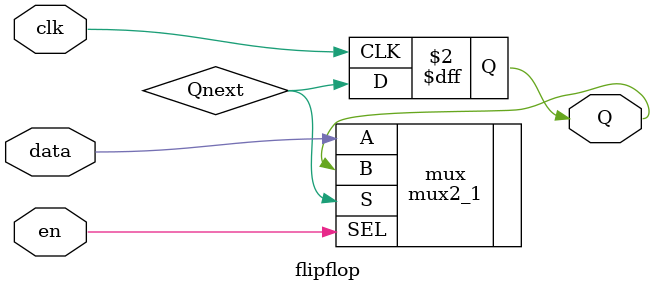
<source format=sv>
`timescale 1ns / 1ns


module flipflop(input wire clk, input wire en, input wire data, output reg Q);

    wire Qnext;
    mux2_1 mux(.A(data), .B(Q), .SEL(en), .S(Qnext));

    always @(posedge clk) Q <= Qnext;

endmodule
</source>
